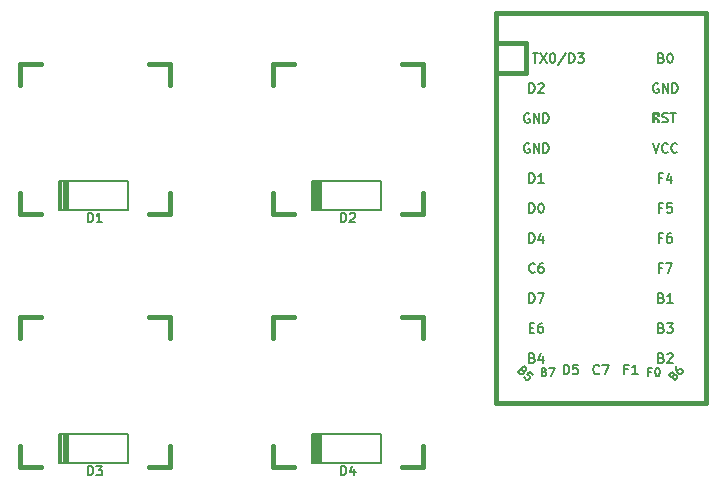
<source format=gbr>
%TF.GenerationSoftware,KiCad,Pcbnew,(5.1.9)-1*%
%TF.CreationDate,2021-02-14T16:54:30-05:00*%
%TF.ProjectId,keeb,6b656562-2e6b-4696-9361-645f70636258,rev?*%
%TF.SameCoordinates,Original*%
%TF.FileFunction,Legend,Top*%
%TF.FilePolarity,Positive*%
%FSLAX46Y46*%
G04 Gerber Fmt 4.6, Leading zero omitted, Abs format (unit mm)*
G04 Created by KiCad (PCBNEW (5.1.9)-1) date 2021-02-14 16:54:30*
%MOMM*%
%LPD*%
G01*
G04 APERTURE LIST*
%ADD10C,0.200000*%
%ADD11C,0.381000*%
%ADD12C,0.150000*%
G04 APERTURE END LIST*
D10*
%TO.C,D1*%
X105193750Y-136931250D02*
X99393750Y-136931250D01*
X105193750Y-134531250D02*
X105193750Y-136931250D01*
X99393750Y-134531250D02*
X105193750Y-134531250D01*
X99468750Y-134531250D02*
X99468750Y-136931250D01*
X99593750Y-134531250D02*
X99593750Y-136931250D01*
X99368750Y-136931250D02*
X99368750Y-134531250D01*
X99768750Y-134531250D02*
X99768750Y-136931250D01*
X99943750Y-134531250D02*
X99943750Y-136931250D01*
X100118750Y-134531250D02*
X100118750Y-136931250D01*
%TO.C,D2*%
X121550000Y-134531250D02*
X121550000Y-136931250D01*
X121375000Y-134531250D02*
X121375000Y-136931250D01*
X121200000Y-134531250D02*
X121200000Y-136931250D01*
X120800000Y-136931250D02*
X120800000Y-134531250D01*
X121025000Y-134531250D02*
X121025000Y-136931250D01*
X120900000Y-134531250D02*
X120900000Y-136931250D01*
X120825000Y-134531250D02*
X126625000Y-134531250D01*
X126625000Y-134531250D02*
X126625000Y-136931250D01*
X126625000Y-136931250D02*
X120825000Y-136931250D01*
%TO.C,D3*%
X105193750Y-158362500D02*
X99393750Y-158362500D01*
X105193750Y-155962500D02*
X105193750Y-158362500D01*
X99393750Y-155962500D02*
X105193750Y-155962500D01*
X99468750Y-155962500D02*
X99468750Y-158362500D01*
X99593750Y-155962500D02*
X99593750Y-158362500D01*
X99368750Y-158362500D02*
X99368750Y-155962500D01*
X99768750Y-155962500D02*
X99768750Y-158362500D01*
X99943750Y-155962500D02*
X99943750Y-158362500D01*
X100118750Y-155962500D02*
X100118750Y-158362500D01*
%TO.C,D4*%
X121550000Y-155962500D02*
X121550000Y-158362500D01*
X121375000Y-155962500D02*
X121375000Y-158362500D01*
X121200000Y-155962500D02*
X121200000Y-158362500D01*
X120800000Y-158362500D02*
X120800000Y-155962500D01*
X121025000Y-155962500D02*
X121025000Y-158362500D01*
X120900000Y-155962500D02*
X120900000Y-158362500D01*
X120825000Y-155962500D02*
X126625000Y-155962500D01*
X126625000Y-155962500D02*
X126625000Y-158362500D01*
X126625000Y-158362500D02*
X120825000Y-158362500D01*
D11*
%TO.C,K1*%
X96043750Y-146050000D02*
X97821750Y-146050000D01*
X106965750Y-146050000D02*
X108743750Y-146050000D01*
X108743750Y-146050000D02*
X108743750Y-147828000D01*
X108743750Y-156972000D02*
X108743750Y-158750000D01*
X108743750Y-158750000D02*
X106965750Y-158750000D01*
X97821750Y-158750000D02*
X96043750Y-158750000D01*
X96043750Y-158750000D02*
X96043750Y-156972000D01*
X96043750Y-147828000D02*
X96043750Y-146050000D01*
%TO.C,K2*%
X117475000Y-147828000D02*
X117475000Y-146050000D01*
X117475000Y-158750000D02*
X117475000Y-156972000D01*
X119253000Y-158750000D02*
X117475000Y-158750000D01*
X130175000Y-158750000D02*
X128397000Y-158750000D01*
X130175000Y-156972000D02*
X130175000Y-158750000D01*
X130175000Y-146050000D02*
X130175000Y-147828000D01*
X128397000Y-146050000D02*
X130175000Y-146050000D01*
X117475000Y-146050000D02*
X119253000Y-146050000D01*
%TO.C,K3*%
X96043750Y-124618750D02*
X97821750Y-124618750D01*
X106965750Y-124618750D02*
X108743750Y-124618750D01*
X108743750Y-124618750D02*
X108743750Y-126396750D01*
X108743750Y-135540750D02*
X108743750Y-137318750D01*
X108743750Y-137318750D02*
X106965750Y-137318750D01*
X97821750Y-137318750D02*
X96043750Y-137318750D01*
X96043750Y-137318750D02*
X96043750Y-135540750D01*
X96043750Y-126396750D02*
X96043750Y-124618750D01*
%TO.C,K4*%
X117475000Y-126396750D02*
X117475000Y-124618750D01*
X117475000Y-137318750D02*
X117475000Y-135540750D01*
X119253000Y-137318750D02*
X117475000Y-137318750D01*
X130175000Y-137318750D02*
X128397000Y-137318750D01*
X130175000Y-135540750D02*
X130175000Y-137318750D01*
X130175000Y-124618750D02*
X130175000Y-126396750D01*
X128397000Y-124618750D02*
X130175000Y-124618750D01*
X117475000Y-124618750D02*
X119253000Y-124618750D01*
%TO.C,U1*%
X136366250Y-122872500D02*
X136366250Y-153352500D01*
X136366250Y-153352500D02*
X154146250Y-153352500D01*
X154146250Y-153352500D02*
X154146250Y-122872500D01*
X138906250Y-122872500D02*
X138906250Y-125412500D01*
X138906250Y-125412500D02*
X136366250Y-125412500D01*
D12*
G36*
X150187818Y-128751860D02*
G01*
X150187818Y-129051860D01*
X150087818Y-129051860D01*
X150087818Y-128751860D01*
X150187818Y-128751860D01*
G37*
X150187818Y-128751860D02*
X150187818Y-129051860D01*
X150087818Y-129051860D01*
X150087818Y-128751860D01*
X150187818Y-128751860D01*
G36*
X149987818Y-129151860D02*
G01*
X149987818Y-129251860D01*
X149887818Y-129251860D01*
X149887818Y-129151860D01*
X149987818Y-129151860D01*
G37*
X149987818Y-129151860D02*
X149987818Y-129251860D01*
X149887818Y-129251860D01*
X149887818Y-129151860D01*
X149987818Y-129151860D01*
G36*
X150187818Y-128751860D02*
G01*
X150187818Y-128851860D01*
X149687818Y-128851860D01*
X149687818Y-128751860D01*
X150187818Y-128751860D01*
G37*
X150187818Y-128751860D02*
X150187818Y-128851860D01*
X149687818Y-128851860D01*
X149687818Y-128751860D01*
X150187818Y-128751860D01*
G36*
X149787818Y-128751860D02*
G01*
X149787818Y-129551860D01*
X149687818Y-129551860D01*
X149687818Y-128751860D01*
X149787818Y-128751860D01*
G37*
X149787818Y-128751860D02*
X149787818Y-129551860D01*
X149687818Y-129551860D01*
X149687818Y-128751860D01*
X149787818Y-128751860D01*
G36*
X150187818Y-129351860D02*
G01*
X150187818Y-129551860D01*
X150087818Y-129551860D01*
X150087818Y-129351860D01*
X150187818Y-129351860D01*
G37*
X150187818Y-129351860D02*
X150187818Y-129551860D01*
X150087818Y-129551860D01*
X150087818Y-129351860D01*
X150187818Y-129351860D01*
D11*
X154146250Y-122872500D02*
X154146250Y-120332500D01*
X154146250Y-120332500D02*
X136366250Y-120332500D01*
X136366250Y-120332500D02*
X136366250Y-122872500D01*
X138906250Y-122872500D02*
X136366250Y-122872500D01*
%TO.C,D1*%
D12*
X101803273Y-138018154D02*
X101803273Y-137218154D01*
X101993750Y-137218154D01*
X102108035Y-137256250D01*
X102184226Y-137332440D01*
X102222321Y-137408630D01*
X102260416Y-137561011D01*
X102260416Y-137675297D01*
X102222321Y-137827678D01*
X102184226Y-137903869D01*
X102108035Y-137980059D01*
X101993750Y-138018154D01*
X101803273Y-138018154D01*
X103022321Y-138018154D02*
X102565178Y-138018154D01*
X102793750Y-138018154D02*
X102793750Y-137218154D01*
X102717559Y-137332440D01*
X102641369Y-137408630D01*
X102565178Y-137446726D01*
%TO.C,D2*%
X123234523Y-138018154D02*
X123234523Y-137218154D01*
X123425000Y-137218154D01*
X123539285Y-137256250D01*
X123615476Y-137332440D01*
X123653571Y-137408630D01*
X123691666Y-137561011D01*
X123691666Y-137675297D01*
X123653571Y-137827678D01*
X123615476Y-137903869D01*
X123539285Y-137980059D01*
X123425000Y-138018154D01*
X123234523Y-138018154D01*
X123996428Y-137294345D02*
X124034523Y-137256250D01*
X124110714Y-137218154D01*
X124301190Y-137218154D01*
X124377380Y-137256250D01*
X124415476Y-137294345D01*
X124453571Y-137370535D01*
X124453571Y-137446726D01*
X124415476Y-137561011D01*
X123958333Y-138018154D01*
X124453571Y-138018154D01*
%TO.C,D3*%
X101803273Y-159449404D02*
X101803273Y-158649404D01*
X101993750Y-158649404D01*
X102108035Y-158687500D01*
X102184226Y-158763690D01*
X102222321Y-158839880D01*
X102260416Y-158992261D01*
X102260416Y-159106547D01*
X102222321Y-159258928D01*
X102184226Y-159335119D01*
X102108035Y-159411309D01*
X101993750Y-159449404D01*
X101803273Y-159449404D01*
X102527083Y-158649404D02*
X103022321Y-158649404D01*
X102755654Y-158954166D01*
X102869940Y-158954166D01*
X102946130Y-158992261D01*
X102984226Y-159030357D01*
X103022321Y-159106547D01*
X103022321Y-159297023D01*
X102984226Y-159373214D01*
X102946130Y-159411309D01*
X102869940Y-159449404D01*
X102641369Y-159449404D01*
X102565178Y-159411309D01*
X102527083Y-159373214D01*
%TO.C,D4*%
X123234523Y-159449404D02*
X123234523Y-158649404D01*
X123425000Y-158649404D01*
X123539285Y-158687500D01*
X123615476Y-158763690D01*
X123653571Y-158839880D01*
X123691666Y-158992261D01*
X123691666Y-159106547D01*
X123653571Y-159258928D01*
X123615476Y-159335119D01*
X123539285Y-159411309D01*
X123425000Y-159449404D01*
X123234523Y-159449404D01*
X124377380Y-158916071D02*
X124377380Y-159449404D01*
X124186904Y-158611309D02*
X123996428Y-159182738D01*
X124491666Y-159182738D01*
%TO.C,U1*%
X150393440Y-149485357D02*
X150507726Y-149523452D01*
X150545821Y-149561547D01*
X150583916Y-149637738D01*
X150583916Y-149752023D01*
X150545821Y-149828214D01*
X150507726Y-149866309D01*
X150431535Y-149904404D01*
X150126773Y-149904404D01*
X150126773Y-149104404D01*
X150393440Y-149104404D01*
X150469630Y-149142500D01*
X150507726Y-149180595D01*
X150545821Y-149256785D01*
X150545821Y-149332976D01*
X150507726Y-149409166D01*
X150469630Y-149447261D01*
X150393440Y-149485357D01*
X150126773Y-149485357D01*
X150888678Y-149180595D02*
X150926773Y-149142500D01*
X151002964Y-149104404D01*
X151193440Y-149104404D01*
X151269630Y-149142500D01*
X151307726Y-149180595D01*
X151345821Y-149256785D01*
X151345821Y-149332976D01*
X151307726Y-149447261D01*
X150850583Y-149904404D01*
X151345821Y-149904404D01*
X150450583Y-141865357D02*
X150183916Y-141865357D01*
X150183916Y-142284404D02*
X150183916Y-141484404D01*
X150564869Y-141484404D01*
X150793440Y-141484404D02*
X151326773Y-141484404D01*
X150983916Y-142284404D01*
X150450583Y-139325357D02*
X150183916Y-139325357D01*
X150183916Y-139744404D02*
X150183916Y-138944404D01*
X150564869Y-138944404D01*
X151212488Y-138944404D02*
X151060107Y-138944404D01*
X150983916Y-138982500D01*
X150945821Y-139020595D01*
X150869630Y-139134880D01*
X150831535Y-139287261D01*
X150831535Y-139592023D01*
X150869630Y-139668214D01*
X150907726Y-139706309D01*
X150983916Y-139744404D01*
X151136297Y-139744404D01*
X151212488Y-139706309D01*
X151250583Y-139668214D01*
X151288678Y-139592023D01*
X151288678Y-139401547D01*
X151250583Y-139325357D01*
X151212488Y-139287261D01*
X151136297Y-139249166D01*
X150983916Y-139249166D01*
X150907726Y-139287261D01*
X150869630Y-139325357D01*
X150831535Y-139401547D01*
X150450583Y-136785357D02*
X150183916Y-136785357D01*
X150183916Y-137204404D02*
X150183916Y-136404404D01*
X150564869Y-136404404D01*
X151250583Y-136404404D02*
X150869630Y-136404404D01*
X150831535Y-136785357D01*
X150869630Y-136747261D01*
X150945821Y-136709166D01*
X151136297Y-136709166D01*
X151212488Y-136747261D01*
X151250583Y-136785357D01*
X151288678Y-136861547D01*
X151288678Y-137052023D01*
X151250583Y-137128214D01*
X151212488Y-137166309D01*
X151136297Y-137204404D01*
X150945821Y-137204404D01*
X150869630Y-137166309D01*
X150831535Y-137128214D01*
X150393440Y-124085357D02*
X150507726Y-124123452D01*
X150545821Y-124161547D01*
X150583916Y-124237738D01*
X150583916Y-124352023D01*
X150545821Y-124428214D01*
X150507726Y-124466309D01*
X150431535Y-124504404D01*
X150126773Y-124504404D01*
X150126773Y-123704404D01*
X150393440Y-123704404D01*
X150469630Y-123742500D01*
X150507726Y-123780595D01*
X150545821Y-123856785D01*
X150545821Y-123932976D01*
X150507726Y-124009166D01*
X150469630Y-124047261D01*
X150393440Y-124085357D01*
X150126773Y-124085357D01*
X151079154Y-123704404D02*
X151155345Y-123704404D01*
X151231535Y-123742500D01*
X151269630Y-123780595D01*
X151307726Y-123856785D01*
X151345821Y-124009166D01*
X151345821Y-124199642D01*
X151307726Y-124352023D01*
X151269630Y-124428214D01*
X151231535Y-124466309D01*
X151155345Y-124504404D01*
X151079154Y-124504404D01*
X151002964Y-124466309D01*
X150964869Y-124428214D01*
X150926773Y-124352023D01*
X150888678Y-124199642D01*
X150888678Y-124009166D01*
X150926773Y-123856785D01*
X150964869Y-123780595D01*
X151002964Y-123742500D01*
X151079154Y-123704404D01*
X150107726Y-126282500D02*
X150031535Y-126244404D01*
X149917250Y-126244404D01*
X149802964Y-126282500D01*
X149726773Y-126358690D01*
X149688678Y-126434880D01*
X149650583Y-126587261D01*
X149650583Y-126701547D01*
X149688678Y-126853928D01*
X149726773Y-126930119D01*
X149802964Y-127006309D01*
X149917250Y-127044404D01*
X149993440Y-127044404D01*
X150107726Y-127006309D01*
X150145821Y-126968214D01*
X150145821Y-126701547D01*
X149993440Y-126701547D01*
X150488678Y-127044404D02*
X150488678Y-126244404D01*
X150945821Y-127044404D01*
X150945821Y-126244404D01*
X151326773Y-127044404D02*
X151326773Y-126244404D01*
X151517250Y-126244404D01*
X151631535Y-126282500D01*
X151707726Y-126358690D01*
X151745821Y-126434880D01*
X151783916Y-126587261D01*
X151783916Y-126701547D01*
X151745821Y-126853928D01*
X151707726Y-126930119D01*
X151631535Y-127006309D01*
X151517250Y-127044404D01*
X151326773Y-127044404D01*
X150456036Y-129516309D02*
X150570322Y-129554404D01*
X150760798Y-129554404D01*
X150836989Y-129516309D01*
X150875084Y-129478214D01*
X150913179Y-129402023D01*
X150913179Y-129325833D01*
X150875084Y-129249642D01*
X150836989Y-129211547D01*
X150760798Y-129173452D01*
X150608417Y-129135357D01*
X150532227Y-129097261D01*
X150494131Y-129059166D01*
X150456036Y-128982976D01*
X150456036Y-128906785D01*
X150494131Y-128830595D01*
X150532227Y-128792500D01*
X150608417Y-128754404D01*
X150798893Y-128754404D01*
X150913179Y-128792500D01*
X151141750Y-128754404D02*
X151598893Y-128754404D01*
X151370322Y-129554404D02*
X151370322Y-128754404D01*
X149650583Y-131324404D02*
X149917250Y-132124404D01*
X150183916Y-131324404D01*
X150907726Y-132048214D02*
X150869630Y-132086309D01*
X150755345Y-132124404D01*
X150679154Y-132124404D01*
X150564869Y-132086309D01*
X150488678Y-132010119D01*
X150450583Y-131933928D01*
X150412488Y-131781547D01*
X150412488Y-131667261D01*
X150450583Y-131514880D01*
X150488678Y-131438690D01*
X150564869Y-131362500D01*
X150679154Y-131324404D01*
X150755345Y-131324404D01*
X150869630Y-131362500D01*
X150907726Y-131400595D01*
X151707726Y-132048214D02*
X151669630Y-132086309D01*
X151555345Y-132124404D01*
X151479154Y-132124404D01*
X151364869Y-132086309D01*
X151288678Y-132010119D01*
X151250583Y-131933928D01*
X151212488Y-131781547D01*
X151212488Y-131667261D01*
X151250583Y-131514880D01*
X151288678Y-131438690D01*
X151364869Y-131362500D01*
X151479154Y-131324404D01*
X151555345Y-131324404D01*
X151669630Y-131362500D01*
X151707726Y-131400595D01*
X150450583Y-134245357D02*
X150183916Y-134245357D01*
X150183916Y-134664404D02*
X150183916Y-133864404D01*
X150564869Y-133864404D01*
X151212488Y-134131071D02*
X151212488Y-134664404D01*
X151022011Y-133826309D02*
X150831535Y-134397738D01*
X151326773Y-134397738D01*
X150393440Y-144405357D02*
X150507726Y-144443452D01*
X150545821Y-144481547D01*
X150583916Y-144557738D01*
X150583916Y-144672023D01*
X150545821Y-144748214D01*
X150507726Y-144786309D01*
X150431535Y-144824404D01*
X150126773Y-144824404D01*
X150126773Y-144024404D01*
X150393440Y-144024404D01*
X150469630Y-144062500D01*
X150507726Y-144100595D01*
X150545821Y-144176785D01*
X150545821Y-144252976D01*
X150507726Y-144329166D01*
X150469630Y-144367261D01*
X150393440Y-144405357D01*
X150126773Y-144405357D01*
X151345821Y-144824404D02*
X150888678Y-144824404D01*
X151117250Y-144824404D02*
X151117250Y-144024404D01*
X151041059Y-144138690D01*
X150964869Y-144214880D01*
X150888678Y-144252976D01*
X150393440Y-146945357D02*
X150507726Y-146983452D01*
X150545821Y-147021547D01*
X150583916Y-147097738D01*
X150583916Y-147212023D01*
X150545821Y-147288214D01*
X150507726Y-147326309D01*
X150431535Y-147364404D01*
X150126773Y-147364404D01*
X150126773Y-146564404D01*
X150393440Y-146564404D01*
X150469630Y-146602500D01*
X150507726Y-146640595D01*
X150545821Y-146716785D01*
X150545821Y-146792976D01*
X150507726Y-146869166D01*
X150469630Y-146907261D01*
X150393440Y-146945357D01*
X150126773Y-146945357D01*
X150850583Y-146564404D02*
X151345821Y-146564404D01*
X151079154Y-146869166D01*
X151193440Y-146869166D01*
X151269630Y-146907261D01*
X151307726Y-146945357D01*
X151345821Y-147021547D01*
X151345821Y-147212023D01*
X151307726Y-147288214D01*
X151269630Y-147326309D01*
X151193440Y-147364404D01*
X150964869Y-147364404D01*
X150888678Y-147326309D01*
X150850583Y-147288214D01*
X138691258Y-150576797D02*
X138738398Y-150671078D01*
X138738398Y-150718219D01*
X138714828Y-150788929D01*
X138644117Y-150859640D01*
X138573407Y-150883210D01*
X138526266Y-150883210D01*
X138455556Y-150859640D01*
X138266994Y-150671078D01*
X138761969Y-150176103D01*
X138926960Y-150341095D01*
X138950530Y-150411806D01*
X138950530Y-150458946D01*
X138926960Y-150529657D01*
X138879820Y-150576797D01*
X138809109Y-150600367D01*
X138761969Y-150600367D01*
X138691258Y-150576797D01*
X138526266Y-150411806D01*
X139492646Y-150906780D02*
X139256943Y-150671078D01*
X138997671Y-150883210D01*
X139044811Y-150883210D01*
X139115522Y-150906780D01*
X139233373Y-151024632D01*
X139256943Y-151095342D01*
X139256943Y-151142483D01*
X139233373Y-151213193D01*
X139115522Y-151331044D01*
X139044811Y-151354615D01*
X138997671Y-151354615D01*
X138926960Y-151331044D01*
X138809109Y-151213193D01*
X138785539Y-151142483D01*
X138785539Y-151095342D01*
X139471440Y-149485357D02*
X139585726Y-149523452D01*
X139623821Y-149561547D01*
X139661916Y-149637738D01*
X139661916Y-149752023D01*
X139623821Y-149828214D01*
X139585726Y-149866309D01*
X139509535Y-149904404D01*
X139204773Y-149904404D01*
X139204773Y-149104404D01*
X139471440Y-149104404D01*
X139547630Y-149142500D01*
X139585726Y-149180595D01*
X139623821Y-149256785D01*
X139623821Y-149332976D01*
X139585726Y-149409166D01*
X139547630Y-149447261D01*
X139471440Y-149485357D01*
X139204773Y-149485357D01*
X140347630Y-149371071D02*
X140347630Y-149904404D01*
X140157154Y-149066309D02*
X139966678Y-149637738D01*
X140461916Y-149637738D01*
X139242869Y-146945357D02*
X139509535Y-146945357D01*
X139623821Y-147364404D02*
X139242869Y-147364404D01*
X139242869Y-146564404D01*
X139623821Y-146564404D01*
X140309535Y-146564404D02*
X140157154Y-146564404D01*
X140080964Y-146602500D01*
X140042869Y-146640595D01*
X139966678Y-146754880D01*
X139928583Y-146907261D01*
X139928583Y-147212023D01*
X139966678Y-147288214D01*
X140004773Y-147326309D01*
X140080964Y-147364404D01*
X140233345Y-147364404D01*
X140309535Y-147326309D01*
X140347630Y-147288214D01*
X140385726Y-147212023D01*
X140385726Y-147021547D01*
X140347630Y-146945357D01*
X140309535Y-146907261D01*
X140233345Y-146869166D01*
X140080964Y-146869166D01*
X140004773Y-146907261D01*
X139966678Y-146945357D01*
X139928583Y-147021547D01*
X139204773Y-144824404D02*
X139204773Y-144024404D01*
X139395250Y-144024404D01*
X139509535Y-144062500D01*
X139585726Y-144138690D01*
X139623821Y-144214880D01*
X139661916Y-144367261D01*
X139661916Y-144481547D01*
X139623821Y-144633928D01*
X139585726Y-144710119D01*
X139509535Y-144786309D01*
X139395250Y-144824404D01*
X139204773Y-144824404D01*
X139928583Y-144024404D02*
X140461916Y-144024404D01*
X140119059Y-144824404D01*
X139661916Y-142208214D02*
X139623821Y-142246309D01*
X139509535Y-142284404D01*
X139433345Y-142284404D01*
X139319059Y-142246309D01*
X139242869Y-142170119D01*
X139204773Y-142093928D01*
X139166678Y-141941547D01*
X139166678Y-141827261D01*
X139204773Y-141674880D01*
X139242869Y-141598690D01*
X139319059Y-141522500D01*
X139433345Y-141484404D01*
X139509535Y-141484404D01*
X139623821Y-141522500D01*
X139661916Y-141560595D01*
X140347630Y-141484404D02*
X140195250Y-141484404D01*
X140119059Y-141522500D01*
X140080964Y-141560595D01*
X140004773Y-141674880D01*
X139966678Y-141827261D01*
X139966678Y-142132023D01*
X140004773Y-142208214D01*
X140042869Y-142246309D01*
X140119059Y-142284404D01*
X140271440Y-142284404D01*
X140347630Y-142246309D01*
X140385726Y-142208214D01*
X140423821Y-142132023D01*
X140423821Y-141941547D01*
X140385726Y-141865357D01*
X140347630Y-141827261D01*
X140271440Y-141789166D01*
X140119059Y-141789166D01*
X140042869Y-141827261D01*
X140004773Y-141865357D01*
X139966678Y-141941547D01*
X139204773Y-139744404D02*
X139204773Y-138944404D01*
X139395250Y-138944404D01*
X139509535Y-138982500D01*
X139585726Y-139058690D01*
X139623821Y-139134880D01*
X139661916Y-139287261D01*
X139661916Y-139401547D01*
X139623821Y-139553928D01*
X139585726Y-139630119D01*
X139509535Y-139706309D01*
X139395250Y-139744404D01*
X139204773Y-139744404D01*
X140347630Y-139211071D02*
X140347630Y-139744404D01*
X140157154Y-138906309D02*
X139966678Y-139477738D01*
X140461916Y-139477738D01*
X139185726Y-128822500D02*
X139109535Y-128784404D01*
X138995250Y-128784404D01*
X138880964Y-128822500D01*
X138804773Y-128898690D01*
X138766678Y-128974880D01*
X138728583Y-129127261D01*
X138728583Y-129241547D01*
X138766678Y-129393928D01*
X138804773Y-129470119D01*
X138880964Y-129546309D01*
X138995250Y-129584404D01*
X139071440Y-129584404D01*
X139185726Y-129546309D01*
X139223821Y-129508214D01*
X139223821Y-129241547D01*
X139071440Y-129241547D01*
X139566678Y-129584404D02*
X139566678Y-128784404D01*
X140023821Y-129584404D01*
X140023821Y-128784404D01*
X140404773Y-129584404D02*
X140404773Y-128784404D01*
X140595250Y-128784404D01*
X140709535Y-128822500D01*
X140785726Y-128898690D01*
X140823821Y-128974880D01*
X140861916Y-129127261D01*
X140861916Y-129241547D01*
X140823821Y-129393928D01*
X140785726Y-129470119D01*
X140709535Y-129546309D01*
X140595250Y-129584404D01*
X140404773Y-129584404D01*
X139185726Y-131362500D02*
X139109535Y-131324404D01*
X138995250Y-131324404D01*
X138880964Y-131362500D01*
X138804773Y-131438690D01*
X138766678Y-131514880D01*
X138728583Y-131667261D01*
X138728583Y-131781547D01*
X138766678Y-131933928D01*
X138804773Y-132010119D01*
X138880964Y-132086309D01*
X138995250Y-132124404D01*
X139071440Y-132124404D01*
X139185726Y-132086309D01*
X139223821Y-132048214D01*
X139223821Y-131781547D01*
X139071440Y-131781547D01*
X139566678Y-132124404D02*
X139566678Y-131324404D01*
X140023821Y-132124404D01*
X140023821Y-131324404D01*
X140404773Y-132124404D02*
X140404773Y-131324404D01*
X140595250Y-131324404D01*
X140709535Y-131362500D01*
X140785726Y-131438690D01*
X140823821Y-131514880D01*
X140861916Y-131667261D01*
X140861916Y-131781547D01*
X140823821Y-131933928D01*
X140785726Y-132010119D01*
X140709535Y-132086309D01*
X140595250Y-132124404D01*
X140404773Y-132124404D01*
X139204773Y-134664404D02*
X139204773Y-133864404D01*
X139395250Y-133864404D01*
X139509535Y-133902500D01*
X139585726Y-133978690D01*
X139623821Y-134054880D01*
X139661916Y-134207261D01*
X139661916Y-134321547D01*
X139623821Y-134473928D01*
X139585726Y-134550119D01*
X139509535Y-134626309D01*
X139395250Y-134664404D01*
X139204773Y-134664404D01*
X140423821Y-134664404D02*
X139966678Y-134664404D01*
X140195250Y-134664404D02*
X140195250Y-133864404D01*
X140119059Y-133978690D01*
X140042869Y-134054880D01*
X139966678Y-134092976D01*
X139204773Y-137204404D02*
X139204773Y-136404404D01*
X139395250Y-136404404D01*
X139509535Y-136442500D01*
X139585726Y-136518690D01*
X139623821Y-136594880D01*
X139661916Y-136747261D01*
X139661916Y-136861547D01*
X139623821Y-137013928D01*
X139585726Y-137090119D01*
X139509535Y-137166309D01*
X139395250Y-137204404D01*
X139204773Y-137204404D01*
X140157154Y-136404404D02*
X140233345Y-136404404D01*
X140309535Y-136442500D01*
X140347630Y-136480595D01*
X140385726Y-136556785D01*
X140423821Y-136709166D01*
X140423821Y-136899642D01*
X140385726Y-137052023D01*
X140347630Y-137128214D01*
X140309535Y-137166309D01*
X140233345Y-137204404D01*
X140157154Y-137204404D01*
X140080964Y-137166309D01*
X140042869Y-137128214D01*
X140004773Y-137052023D01*
X139966678Y-136899642D01*
X139966678Y-136709166D01*
X140004773Y-136556785D01*
X140042869Y-136480595D01*
X140080964Y-136442500D01*
X140157154Y-136404404D01*
X139204773Y-127044404D02*
X139204773Y-126244404D01*
X139395250Y-126244404D01*
X139509535Y-126282500D01*
X139585726Y-126358690D01*
X139623821Y-126434880D01*
X139661916Y-126587261D01*
X139661916Y-126701547D01*
X139623821Y-126853928D01*
X139585726Y-126930119D01*
X139509535Y-127006309D01*
X139395250Y-127044404D01*
X139204773Y-127044404D01*
X139966678Y-126320595D02*
X140004773Y-126282500D01*
X140080964Y-126244404D01*
X140271440Y-126244404D01*
X140347630Y-126282500D01*
X140385726Y-126320595D01*
X140423821Y-126396785D01*
X140423821Y-126472976D01*
X140385726Y-126587261D01*
X139928583Y-127044404D01*
X140423821Y-127044404D01*
X139493901Y-123704404D02*
X139951044Y-123704404D01*
X139722473Y-124504404D02*
X139722473Y-123704404D01*
X140141520Y-123704404D02*
X140674854Y-124504404D01*
X140674854Y-123704404D02*
X140141520Y-124504404D01*
X141131997Y-123704404D02*
X141208187Y-123704404D01*
X141284378Y-123742500D01*
X141322473Y-123780595D01*
X141360568Y-123856785D01*
X141398663Y-124009166D01*
X141398663Y-124199642D01*
X141360568Y-124352023D01*
X141322473Y-124428214D01*
X141284378Y-124466309D01*
X141208187Y-124504404D01*
X141131997Y-124504404D01*
X141055806Y-124466309D01*
X141017711Y-124428214D01*
X140979616Y-124352023D01*
X140941520Y-124199642D01*
X140941520Y-124009166D01*
X140979616Y-123856785D01*
X141017711Y-123780595D01*
X141055806Y-123742500D01*
X141131997Y-123704404D01*
X142312949Y-123666309D02*
X141627235Y-124694880D01*
X142579616Y-124504404D02*
X142579616Y-123704404D01*
X142770092Y-123704404D01*
X142884378Y-123742500D01*
X142960568Y-123818690D01*
X142998663Y-123894880D01*
X143036758Y-124047261D01*
X143036758Y-124161547D01*
X142998663Y-124313928D01*
X142960568Y-124390119D01*
X142884378Y-124466309D01*
X142770092Y-124504404D01*
X142579616Y-124504404D01*
X143303425Y-123704404D02*
X143798663Y-123704404D01*
X143531997Y-124009166D01*
X143646282Y-124009166D01*
X143722473Y-124047261D01*
X143760568Y-124085357D01*
X143798663Y-124161547D01*
X143798663Y-124352023D01*
X143760568Y-124428214D01*
X143722473Y-124466309D01*
X143646282Y-124504404D01*
X143417711Y-124504404D01*
X143341520Y-124466309D01*
X143303425Y-124428214D01*
X140472916Y-150662500D02*
X140572916Y-150695833D01*
X140606250Y-150729166D01*
X140639583Y-150795833D01*
X140639583Y-150895833D01*
X140606250Y-150962500D01*
X140572916Y-150995833D01*
X140506250Y-151029166D01*
X140239583Y-151029166D01*
X140239583Y-150329166D01*
X140472916Y-150329166D01*
X140539583Y-150362500D01*
X140572916Y-150395833D01*
X140606250Y-150462500D01*
X140606250Y-150529166D01*
X140572916Y-150595833D01*
X140539583Y-150629166D01*
X140472916Y-150662500D01*
X140239583Y-150662500D01*
X140872916Y-150329166D02*
X141339583Y-150329166D01*
X141039583Y-151029166D01*
X149522916Y-150662500D02*
X149289583Y-150662500D01*
X149289583Y-151029166D02*
X149289583Y-150329166D01*
X149622916Y-150329166D01*
X150022916Y-150329166D02*
X150089583Y-150329166D01*
X150156250Y-150362500D01*
X150189583Y-150395833D01*
X150222916Y-150462500D01*
X150256250Y-150595833D01*
X150256250Y-150762500D01*
X150222916Y-150895833D01*
X150189583Y-150962500D01*
X150156250Y-150995833D01*
X150089583Y-151029166D01*
X150022916Y-151029166D01*
X149956250Y-150995833D01*
X149922916Y-150962500D01*
X149889583Y-150895833D01*
X149856250Y-150762500D01*
X149856250Y-150595833D01*
X149889583Y-150462500D01*
X149922916Y-150395833D01*
X149956250Y-150362500D01*
X150022916Y-150329166D01*
X151420547Y-150977491D02*
X151514828Y-150930351D01*
X151561969Y-150930351D01*
X151632679Y-150953921D01*
X151703390Y-151024632D01*
X151726960Y-151095342D01*
X151726960Y-151142483D01*
X151703390Y-151213193D01*
X151514828Y-151401755D01*
X151019853Y-150906780D01*
X151184845Y-150741789D01*
X151255556Y-150718219D01*
X151302696Y-150718219D01*
X151373407Y-150741789D01*
X151420547Y-150788929D01*
X151444117Y-150859640D01*
X151444117Y-150906780D01*
X151420547Y-150977491D01*
X151255556Y-151142483D01*
X151726960Y-150199674D02*
X151632679Y-150293955D01*
X151609109Y-150364665D01*
X151609109Y-150411806D01*
X151632679Y-150529657D01*
X151703390Y-150647508D01*
X151891952Y-150836070D01*
X151962662Y-150859640D01*
X152009803Y-150859640D01*
X152080514Y-150836070D01*
X152174794Y-150741789D01*
X152198365Y-150671078D01*
X152198365Y-150623938D01*
X152174794Y-150553227D01*
X152056943Y-150435376D01*
X151986233Y-150411806D01*
X151939092Y-150411806D01*
X151868382Y-150435376D01*
X151774101Y-150529657D01*
X151750530Y-150600367D01*
X151750530Y-150647508D01*
X151774101Y-150718219D01*
X145122916Y-150798214D02*
X145084821Y-150836309D01*
X144970535Y-150874404D01*
X144894345Y-150874404D01*
X144780059Y-150836309D01*
X144703869Y-150760119D01*
X144665773Y-150683928D01*
X144627678Y-150531547D01*
X144627678Y-150417261D01*
X144665773Y-150264880D01*
X144703869Y-150188690D01*
X144780059Y-150112500D01*
X144894345Y-150074404D01*
X144970535Y-150074404D01*
X145084821Y-150112500D01*
X145122916Y-150150595D01*
X145389583Y-150074404D02*
X145922916Y-150074404D01*
X145580059Y-150874404D01*
X147529583Y-150455357D02*
X147262916Y-150455357D01*
X147262916Y-150874404D02*
X147262916Y-150074404D01*
X147643869Y-150074404D01*
X148367678Y-150874404D02*
X147910535Y-150874404D01*
X148139107Y-150874404D02*
X148139107Y-150074404D01*
X148062916Y-150188690D01*
X147986726Y-150264880D01*
X147910535Y-150302976D01*
X142125773Y-150874404D02*
X142125773Y-150074404D01*
X142316250Y-150074404D01*
X142430535Y-150112500D01*
X142506726Y-150188690D01*
X142544821Y-150264880D01*
X142582916Y-150417261D01*
X142582916Y-150531547D01*
X142544821Y-150683928D01*
X142506726Y-150760119D01*
X142430535Y-150836309D01*
X142316250Y-150874404D01*
X142125773Y-150874404D01*
X143306726Y-150074404D02*
X142925773Y-150074404D01*
X142887678Y-150455357D01*
X142925773Y-150417261D01*
X143001964Y-150379166D01*
X143192440Y-150379166D01*
X143268630Y-150417261D01*
X143306726Y-150455357D01*
X143344821Y-150531547D01*
X143344821Y-150722023D01*
X143306726Y-150798214D01*
X143268630Y-150836309D01*
X143192440Y-150874404D01*
X143001964Y-150874404D01*
X142925773Y-150836309D01*
X142887678Y-150798214D01*
%TD*%
M02*

</source>
